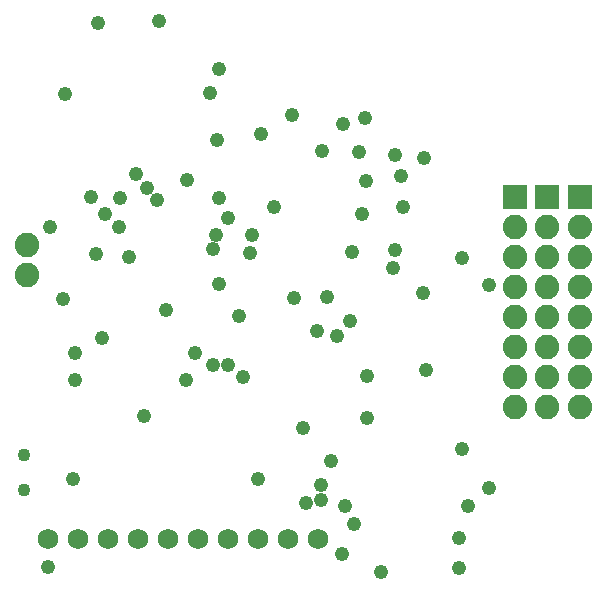
<source format=gbs>
G75*
%MOIN*%
%OFA0B0*%
%FSLAX25Y25*%
%IPPOS*%
%LPD*%
%AMOC8*
5,1,8,0,0,1.08239X$1,22.5*
%
%ADD10R,0.08200X0.08200*%
%ADD11C,0.08200*%
%ADD12C,0.06800*%
%ADD13C,0.04343*%
%ADD14C,0.04800*%
%ADD15C,0.04762*%
D10*
X0261400Y0206800D03*
X0272300Y0206800D03*
X0283200Y0206800D03*
D11*
X0283200Y0196800D03*
X0283200Y0186800D03*
X0283200Y0176800D03*
X0283200Y0166800D03*
X0283200Y0156800D03*
X0283200Y0146800D03*
X0283200Y0136800D03*
X0272300Y0136800D03*
X0272300Y0146800D03*
X0272300Y0156800D03*
X0272300Y0166800D03*
X0272300Y0176800D03*
X0272300Y0186800D03*
X0272300Y0196800D03*
X0261400Y0196800D03*
X0261400Y0186800D03*
X0261400Y0176800D03*
X0261400Y0166800D03*
X0261400Y0156800D03*
X0261400Y0146800D03*
X0261400Y0136800D03*
X0098800Y0180800D03*
X0098800Y0190800D03*
D12*
X0105800Y0092800D03*
X0115800Y0092800D03*
X0125800Y0092800D03*
X0135800Y0092800D03*
X0145800Y0092800D03*
X0155800Y0092800D03*
X0165800Y0092800D03*
X0175800Y0092800D03*
X0185800Y0092800D03*
X0195800Y0092800D03*
D13*
X0097800Y0108894D03*
X0097800Y0120706D03*
D14*
X0114800Y0145800D03*
X0114800Y0154800D03*
X0123800Y0159800D03*
X0110800Y0172800D03*
X0121800Y0187800D03*
X0151800Y0145800D03*
X0137800Y0133800D03*
D15*
X0154800Y0154800D03*
X0160800Y0150800D03*
X0165800Y0150800D03*
X0170800Y0146800D03*
X0169700Y0167100D03*
X0162800Y0177800D03*
X0160900Y0189300D03*
X0161900Y0194000D03*
X0165800Y0199800D03*
X0162800Y0206300D03*
X0152300Y0212300D03*
X0142300Y0205800D03*
X0138800Y0209800D03*
X0135100Y0214500D03*
X0129900Y0206500D03*
X0125000Y0201100D03*
X0129700Y0196600D03*
X0132800Y0186800D03*
X0145300Y0169200D03*
X0173100Y0187900D03*
X0174000Y0194100D03*
X0181300Y0203300D03*
X0197200Y0221900D03*
X0204300Y0231000D03*
X0211400Y0233200D03*
X0209600Y0221700D03*
X0212000Y0212200D03*
X0210400Y0201000D03*
X0207300Y0188500D03*
X0198800Y0173300D03*
X0206500Y0165400D03*
X0202300Y0160500D03*
X0195600Y0162100D03*
X0188000Y0172900D03*
X0212200Y0146900D03*
X0212200Y0132900D03*
X0200200Y0118700D03*
X0196800Y0110800D03*
X0196800Y0105800D03*
X0191800Y0104800D03*
X0204800Y0103800D03*
X0207800Y0097800D03*
X0203800Y0087800D03*
X0216800Y0081800D03*
X0242900Y0083000D03*
X0242900Y0093000D03*
X0245800Y0103800D03*
X0252800Y0109800D03*
X0243800Y0122800D03*
X0231900Y0149200D03*
X0230800Y0174800D03*
X0220800Y0183200D03*
X0221400Y0189200D03*
X0224200Y0203300D03*
X0223700Y0213600D03*
X0221700Y0220600D03*
X0231300Y0219700D03*
X0243800Y0186300D03*
X0252800Y0177300D03*
X0283200Y0136800D03*
X0190800Y0129800D03*
X0175800Y0112800D03*
X0114100Y0112800D03*
X0106000Y0083300D03*
X0106500Y0196700D03*
X0120300Y0206700D03*
X0111600Y0240900D03*
X0122400Y0264700D03*
X0142800Y0265300D03*
X0162800Y0249300D03*
X0159800Y0241300D03*
X0162300Y0225800D03*
X0176800Y0227800D03*
X0187100Y0234100D03*
M02*

</source>
